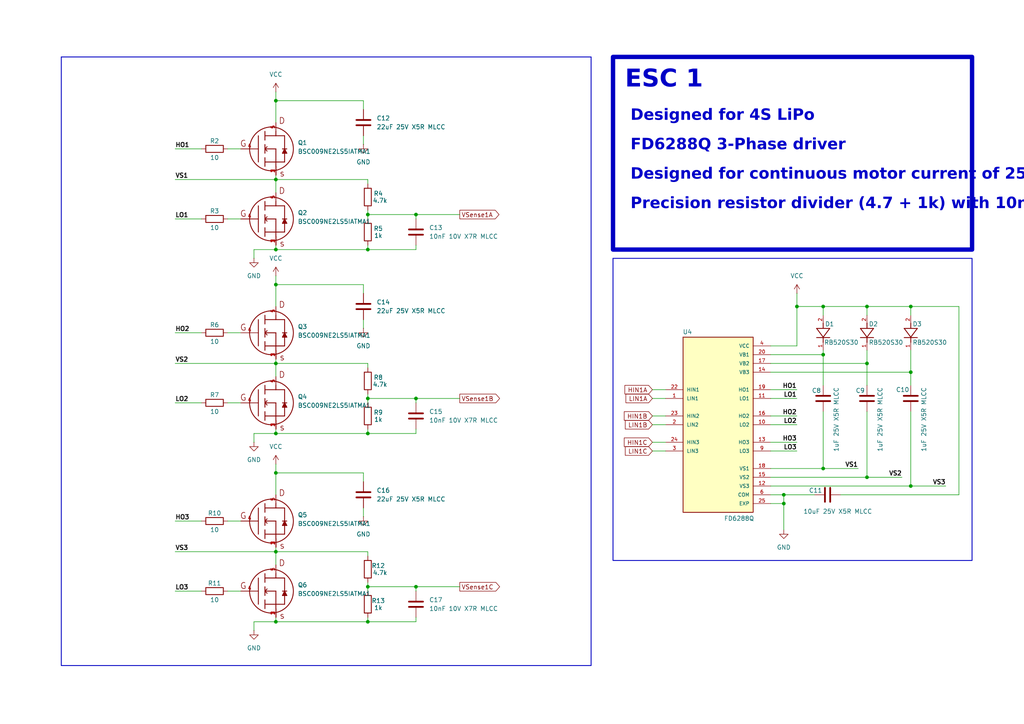
<source format=kicad_sch>
(kicad_sch (version 20250114) (generator "eeschema") (generator_version "9.0")
  (paper "A4")
  (lib_symbols
    (symbol "Device:C" (pin_numbers (hide yes)) (pin_names (offset 0.254))
      (property "Reference" "C" (at 0.635 2.54 0))
      (property "Value" "C" (at 0.635 -2.54 0))
      (symbol "C_0_1"
        (polyline (pts (xy -2.032 0.762) (xy 2.032 0.762)) (stroke (width 0.508)))
        (polyline (pts (xy -2.032 -0.762) (xy 2.032 -0.762)) (stroke (width 0.508)))
      )
      (symbol "C_1_1"
        (pin passive line (at 0 3.81 270) (length 2.794) (name "~") (number "1"))
        (pin passive line (at 0 -3.81 90) (length 2.794) (name "~") (number "2"))
      )
    )
    (symbol "Device:R" (pin_numbers (hide yes)) (pin_names (offset 0))
      (property "Reference" "R" (at 2.032 0 90))
      (property "Value" "R" (at 0 0 90))
      (symbol "R_0_1"
        (rectangle (start -1.016 -2.54) (end 1.016 2.54) (stroke (width 0.254)))
      )
      (symbol "R_1_1"
        (pin passive line (at 0 3.81 270) (length 1.27) (name "~") (number "1"))
        (pin passive line (at 0 -3.81 90) (length 1.27) (name "~") (number "2"))
      )
    )
    (symbol "Drone_components:BSC009NE2LS5IATMA1" (pin_names (offset 1.016))
      (property "Reference" "Q" (at -8.4364 10.4402 0))
      (property "Value" "BSC009NE2LS5IATMA1" (at -8.1775 -13.4343 0))
      (symbol "BSC009NE2LS5IATMA1_0_0"
        (polyline (pts (xy -2.54 3.81) (xy -2.54 -3.81)) (stroke (width 0.254)))
        (polyline (pts (xy -0.635 5.08) (xy -0.635 3.81)) (stroke (width 0.254)))
        (polyline (pts (xy -0.635 3.81) (xy -0.635 2.54)) (stroke (width 0.254)))
        (polyline (pts (xy -0.635 3.81) (xy 2.54 3.81)) (stroke (width 0.254)))
        (polyline (pts (xy -0.635 1.27) (xy -0.635 0)) (stroke (width 0.254)))
        (polyline (pts (xy -0.635 0) (xy -0.635 -1.27)) (stroke (width 0.254)))
        (polyline (pts (xy -0.635 0) (xy 0 0.635)) (stroke (width 0.254)))
        (polyline (pts (xy -0.635 0) (xy 0 -0.635)) (stroke (width 0.254)))
        (polyline (pts (xy -0.635 0) (xy 2.54 0)) (stroke (width 0.254)))
        (polyline (pts (xy -0.635 -2.54) (xy -0.635 -5.08)) (stroke (width 0.254)))
        (polyline (pts (xy -0.635 -3.81) (xy 5.08 -3.81)) (stroke (width 0.254)))
        (circle (center 1.27 0) (radius 6.35) (stroke (width 0.254)))
        (polyline (pts (xy 2.54 3.81) (xy 2.54 5.08)) (stroke (width 0.254)))
        (polyline (pts (xy 2.54 3.81) (xy 5.08 3.81)) (stroke (width 0.254)))
        (polyline (pts (xy 2.54 0) (xy 2.54 -5.08)) (stroke (width 0.254)))
        (polyline (pts (xy 4.445 0) (xy 5.08 0)) (stroke (width 0.254)))
        (polyline (pts (xy 4.445 -1.27) (xy 5.08 -1.27)) (stroke (width 0.254)))
        (polyline (pts (xy 4.628 -1.078) (xy 4.785 -0.921)) (stroke (width 0.254)))
        (polyline (pts (xy 4.785 -0.921) (xy 4.881 -0.921)) (stroke (width 0.254)))
        (polyline (pts (xy 4.866 -1.078) (xy 4.628 -1.078)) (stroke (width 0.254)))
        (polyline (pts (xy 4.894 -1.106) (xy 4.866 -1.078)) (stroke (width 0.254)))
        (polyline (pts (xy 4.908 -0.553) (xy 4.908 -1.092)) (stroke (width 0.254)))
        (polyline (pts (xy 4.908 -1.092) (xy 4.894 -1.106)) (stroke (width 0.254)))
        (polyline (pts (xy 4.976 -0.621) (xy 4.908 -0.553)) (stroke (width 0.254)))
        (polyline (pts (xy 5.08 3.81) (xy 5.08 0)) (stroke (width 0.254)))
        (polyline (pts (xy 5.08 0) (xy 4.445 -1.27)) (stroke (width 0.254)))
        (polyline (pts (xy 5.08 0) (xy 5.715 0)) (stroke (width 0.254)))
        (polyline (pts (xy 5.08 -1.27) (xy 5.715 -1.27)) (stroke (width 0.254)))
        (polyline (pts (xy 5.08 -3.81) (xy 5.08 -1.27)) (stroke (width 0.254)))
        (polyline (pts (xy 5.086 -0.328) (xy 5.086 -1.12)) (stroke (width 0.254)))
        (polyline (pts (xy 5.086 -1.12) (xy 5.099 -1.133)) (stroke (width 0.254)))
        (polyline (pts (xy 5.099 -1.133) (xy 5.502 -1.133)) (stroke (width 0.254)))
        (polyline (pts (xy 5.215 -0.628) (xy 5.222 -0.621)) (stroke (width 0.254)))
        (polyline (pts (xy 5.215 -0.819) (xy 5.215 -0.628)) (stroke (width 0.254)))
        (polyline (pts (xy 5.222 -0.621) (xy 4.976 -0.621)) (stroke (width 0.254)))
        (polyline (pts (xy 5.502 -1.106) (xy 5.215 -0.819)) (stroke (width 0.254)))
        (polyline (pts (xy 5.502 -1.133) (xy 5.502 -1.106)) (stroke (width 0.254)))
        (polyline (pts (xy 5.715 -1.27) (xy 5.08 0)) (stroke (width 0.254)))
        (text "G" (at -7.8948 0.5093 0) (effects (font (size 1.7827 1.7827)) (justify left bottom)))
        (text "D" (at 3.3087 7.1265 0) (effects (font (size 1.7816 1.7816)) (justify left bottom)))
        (text "s" (at 3.559 -8.1349 0) (effects (font (size 1.7795 1.7795)) (justify left bottom)))
        (pin passive line (at -7.62 0 0) (length 5.08) (name "~") (number "4"))
        (pin passive line (at 2.54 7.62 270) (length 2.54) (name "~") (number "5"))
        (pin passive line (at 2.54 -7.62 90) (length 2.54) (name "~") (number "1"))
        (pin passive line (at 2.54 -7.62 90) (length 2.54) (name "~") (number "2"))
        (pin passive line (at 2.54 -7.62 90) (length 2.54) (name "~") (number "3"))
      )
    )
    (symbol "Drone_components:FD6288Q" (pin_names (offset 1.016))
      (property "Reference" "U" (at -10.16 26.035 0))
      (property "Value" "FD6288Q" (at -10.16 -27.94 0))
      (symbol "FD6288Q_0_0"
        (rectangle (start -10.16 -25.4) (end 10.16 25.4) (stroke (width 0.254)) (fill (type background)))
        (pin input line (at -15.24 10.16 0) (length 5.08) (name "HIN1") (number "22"))
        (pin input line (at -15.24 7.62 0) (length 5.08) (name "LIN1") (number "1"))
        (pin input line (at -15.24 2.54 0) (length 5.08) (name "HIN2") (number "23"))
        (pin input line (at -15.24 0 0) (length 5.08) (name "LIN2") (number "2"))
        (pin input line (at -15.24 -5.08 0) (length 5.08) (name "HIN3") (number "24"))
        (pin input line (at -15.24 -7.62 0) (length 5.08) (name "LIN3") (number "3"))
        (pin power_in line (at 15.24 22.86 180) (length 5.08) (name "VCC") (number "4"))
        (pin power_in line (at 15.24 20.32 180) (length 5.08) (name "VB1") (number "20"))
        (pin power_in line (at 15.24 17.78 180) (length 5.08) (name "VB2") (number "17"))
        (pin power_in line (at 15.24 15.24 180) (length 5.08) (name "VB3") (number "14"))
        (pin output line (at 15.24 10.16 180) (length 5.08) (name "HO1") (number "19"))
        (pin output line (at 15.24 7.62 180) (length 5.08) (name "LO1") (number "11"))
        (pin output line (at 15.24 2.54 180) (length 5.08) (name "HO2") (number "16"))
        (pin output line (at 15.24 0 180) (length 5.08) (name "LO2") (number "10"))
        (pin output line (at 15.24 -5.08 180) (length 5.08) (name "HO3") (number "13"))
        (pin output line (at 15.24 -7.62 180) (length 5.08) (name "LO3") (number "9"))
        (pin power_in line (at 15.24 -12.7 180) (length 5.08) (name "VS1") (number "18"))
        (pin power_in line (at 15.24 -15.24 180) (length 5.08) (name "VS2") (number "15"))
        (pin power_in line (at 15.24 -17.78 180) (length 5.08) (name "VS3") (number "12"))
        (pin power_in line (at 15.24 -20.32 180) (length 5.08) (name "COM") (number "6"))
        (pin power_in line (at 15.24 -22.86 180) (length 5.08) (name "EXP") (number "25"))
      )
    )
    (symbol "Drone_components:RB520S30" (pin_names (offset 1.016))
      (property "Reference" "D" (at -2.541 2.541 0))
      (property "Value" "RB520S30" (at -2.544 -5.0881 0))
      (symbol "RB520S30_0_0"
        (polyline (pts (xy -1.397 0) (xy -2.794 0)) (stroke (width 0.254)))
        (polyline (pts (xy -1.397 -1.905) (xy -1.397 1.905)) (stroke (width 0.254)))
        (polyline (pts (xy -1.27 0) (xy 1.27 -1.905)) (stroke (width 0.254)))
        (polyline (pts (xy 1.27 1.905) (xy -1.27 0)) (stroke (width 0.254)))
        (polyline (pts (xy 1.27 -1.905) (xy 1.27 1.905)) (stroke (width 0.254)))
        (polyline (pts (xy 1.397 0) (xy 2.794 0)) (stroke (width 0.254)))
        (pin passive line (at -5.08 0 0) (length 2.54) (name "~") (number "1"))
        (pin passive line (at 5.08 0 180) (length 2.54) (name "~") (number "2"))
      )
    )
    (symbol "power:GND" (power) (pin_numbers (hide yes)) (pin_names (offset 0) (hide yes))
      (property "Value" "GND" (at 0 -3.81 0))
      (symbol "GND_0_1"
        (polyline (pts (xy 0 0) (xy 0 -1.27) (xy 1.27 -1.27) (xy 0 -2.54) (xy -1.27 -1.27) (xy 0 -1.27)))
      )
      (symbol "GND_1_1"
        (pin power_in line (at 0 0 270) (length 0) (name "~") (number "1"))
      )
    )
    (symbol "power:VCC" (power) (pin_numbers (hide yes)) (pin_names (offset 0) (hide yes))
      (property "Value" "VCC" (at 0 3.556 0))
      (symbol "VCC_0_1"
        (polyline (pts (xy -0.762 1.27) (xy 0 2.54)))
        (polyline (pts (xy 0 2.54) (xy 0.762 1.27)))
        (polyline (pts (xy 0 0) (xy 0 2.54)))
      )
      (symbol "VCC_1_1"
        (pin power_in line (at 0 0 90) (length 0) (name "~") (number "1"))
      )
    )
  )
  (rectangle (start 17.78 16.51) (end 171.45 193.04) (stroke (width 0.254)))
  (rectangle (start 177.8 16.51) (end 281.94 72.39) (stroke (width 1.27)))
  (rectangle (start 177.8 74.93) (end 281.94 162.56) (stroke (width 0.254)))
  (text_box "ESC 1\n_{ Designed for 4S LiPo}\n_{ FD6288Q 3-Phase driver}\n_{ Designed for continuous motor current of 25A ( 30A max )}\n_{ Precision resistor divider (4.7 + 1k) with 10nF filter}" (at 180.34 19.05 0) (size 95.25 48.26) (margins 0.9525 0.9525 0.9525 0.9525) (stroke (width -0.0001)) (effects (font (size 5.08 5.08) (bold yes)) (justify left top)))
  (junction (at 106.68 115.57))
  (junction (at 227.33 143.51))
  (junction (at 227.33 146.05))
  (junction (at 80.01 160.02))
  (junction (at 80.01 29.21))
  (junction (at 80.01 180.34))
  (junction (at 264.16 140.97))
  (junction (at 251.46 138.43))
  (junction (at 264.16 88.9))
  (junction (at 106.68 72.39))
  (junction (at 251.46 88.9))
  (junction (at 238.76 102.87))
  (junction (at 251.46 105.41))
  (junction (at 120.65 170.18))
  (junction (at 80.01 52.07))
  (junction (at 120.65 115.57))
  (junction (at 264.16 107.95))
  (junction (at 80.01 82.55))
  (junction (at 80.01 105.41))
  (junction (at 238.76 135.89))
  (junction (at 106.68 125.73))
  (junction (at 106.68 62.23))
  (junction (at 80.01 137.16))
  (junction (at 80.01 72.39))
  (junction (at 238.76 88.9))
  (junction (at 231.14 88.9))
  (junction (at 106.68 180.34))
  (junction (at 106.68 170.18))
  (junction (at 80.01 125.73))
  (junction (at 120.65 62.23))
  (wire (pts (xy 120.65 180.34) (xy 106.68 180.34)))
  (wire (pts (xy 189.23 113.03) (xy 193.04 113.03)))
  (wire (pts (xy 238.76 135.89) (xy 238.76 119.38)))
  (wire (pts (xy 73.66 72.39) (xy 80.01 72.39)))
  (wire (pts (xy 251.46 91.44) (xy 251.46 88.9)))
  (wire (pts (xy 238.76 135.89) (xy 248.92 135.89)))
  (wire (pts (xy 227.33 153.67) (xy 227.33 146.05)))
  (wire (pts (xy 264.16 140.97) (xy 274.32 140.97)))
  (wire (pts (xy 106.68 168.91) (xy 106.68 170.18)))
  (wire (pts (xy 238.76 91.44) (xy 238.76 88.9)))
  (wire (pts (xy 251.46 105.41) (xy 251.46 101.6)))
  (wire (pts (xy 120.65 170.18) (xy 133.35 170.18)))
  (wire (pts (xy 80.01 52.07) (xy 80.01 55.88)))
  (wire (pts (xy 278.13 88.9) (xy 278.13 143.51)))
  (wire (pts (xy 223.52 120.65) (xy 231.14 120.65)))
  (wire (pts (xy 80.01 29.21) (xy 80.01 35.56)))
  (wire (pts (xy 231.14 88.9) (xy 231.14 100.33)))
  (wire (pts (xy 105.41 147.32) (xy 105.41 149.86)))
  (wire (pts (xy 105.41 139.7) (xy 105.41 137.16)))
  (wire (pts (xy 80.01 124.46) (xy 80.01 125.73)))
  (wire (pts (xy 231.14 88.9) (xy 238.76 88.9)))
  (wire (pts (xy 80.01 82.55) (xy 80.01 88.9)))
  (wire (pts (xy 189.23 130.81) (xy 193.04 130.81)))
  (wire (pts (xy 106.68 52.07) (xy 106.68 53.34)))
  (wire (pts (xy 105.41 85.09) (xy 105.41 82.55)))
  (wire (pts (xy 80.01 72.39) (xy 106.68 72.39)))
  (wire (pts (xy 80.01 158.75) (xy 80.01 160.02)))
  (wire (pts (xy 264.16 107.95) (xy 264.16 101.6)))
  (wire (pts (xy 105.41 92.71) (xy 105.41 95.25)))
  (wire (pts (xy 231.14 85.09) (xy 231.14 88.9)))
  (wire (pts (xy 264.16 91.44) (xy 264.16 88.9)))
  (wire (pts (xy 80.01 26.67) (xy 80.01 29.21)))
  (wire (pts (xy 66.04 116.84) (xy 69.85 116.84)))
  (wire (pts (xy 80.01 134.62) (xy 80.01 137.16)))
  (wire (pts (xy 223.52 107.95) (xy 264.16 107.95)))
  (wire (pts (xy 120.65 62.23) (xy 133.35 62.23)))
  (wire (pts (xy 223.52 100.33) (xy 231.14 100.33)))
  (wire (pts (xy 80.01 50.8) (xy 80.01 52.07)))
  (wire (pts (xy 80.01 160.02) (xy 80.01 163.83)))
  (wire (pts (xy 223.52 113.03) (xy 231.14 113.03)))
  (wire (pts (xy 120.65 171.45) (xy 120.65 170.18)))
  (wire (pts (xy 223.52 105.41) (xy 251.46 105.41)))
  (wire (pts (xy 251.46 88.9) (xy 238.76 88.9)))
  (wire (pts (xy 189.23 123.19) (xy 193.04 123.19)))
  (wire (pts (xy 120.65 71.12) (xy 120.65 72.39)))
  (wire (pts (xy 80.01 52.07) (xy 106.68 52.07)))
  (wire (pts (xy 106.68 115.57) (xy 120.65 115.57)))
  (wire (pts (xy 66.04 96.52) (xy 69.85 96.52)))
  (wire (pts (xy 80.01 105.41) (xy 80.01 109.22)))
  (wire (pts (xy 227.33 143.51) (xy 227.33 146.05)))
  (wire (pts (xy 227.33 146.05) (xy 223.52 146.05)))
  (wire (pts (xy 73.66 180.34) (xy 80.01 180.34)))
  (wire (pts (xy 80.01 137.16) (xy 105.41 137.16)))
  (wire (pts (xy 66.04 63.5) (xy 69.85 63.5)))
  (wire (pts (xy 50.8 151.13) (xy 58.42 151.13)))
  (wire (pts (xy 251.46 105.41) (xy 251.46 111.76)))
  (wire (pts (xy 264.16 140.97) (xy 223.52 140.97)))
  (wire (pts (xy 106.68 105.41) (xy 106.68 106.68)))
  (wire (pts (xy 106.68 124.46) (xy 106.68 125.73)))
  (wire (pts (xy 264.16 88.9) (xy 251.46 88.9)))
  (wire (pts (xy 251.46 138.43) (xy 261.62 138.43)))
  (wire (pts (xy 50.8 160.02) (xy 80.01 160.02)))
  (wire (pts (xy 66.04 171.45) (xy 69.85 171.45)))
  (wire (pts (xy 120.65 124.46) (xy 120.65 125.73)))
  (wire (pts (xy 80.01 160.02) (xy 106.68 160.02)))
  (wire (pts (xy 106.68 71.12) (xy 106.68 72.39)))
  (wire (pts (xy 106.68 114.3) (xy 106.68 115.57)))
  (wire (pts (xy 50.8 171.45) (xy 58.42 171.45)))
  (wire (pts (xy 106.68 62.23) (xy 106.68 63.5)))
  (wire (pts (xy 80.01 180.34) (xy 106.68 180.34)))
  (wire (pts (xy 106.68 170.18) (xy 106.68 171.45)))
  (wire (pts (xy 106.68 60.96) (xy 106.68 62.23)))
  (wire (pts (xy 50.8 105.41) (xy 80.01 105.41)))
  (wire (pts (xy 80.01 29.21) (xy 105.41 29.21)))
  (wire (pts (xy 66.04 151.13) (xy 69.85 151.13)))
  (wire (pts (xy 106.68 170.18) (xy 120.65 170.18)))
  (wire (pts (xy 50.8 63.5) (xy 58.42 63.5)))
  (wire (pts (xy 223.52 123.19) (xy 231.14 123.19)))
  (wire (pts (xy 73.66 182.88) (xy 73.66 180.34)))
  (wire (pts (xy 223.52 130.81) (xy 231.14 130.81)))
  (wire (pts (xy 80.01 71.12) (xy 80.01 72.39)))
  (wire (pts (xy 189.23 128.27) (xy 193.04 128.27)))
  (wire (pts (xy 80.01 125.73) (xy 106.68 125.73)))
  (wire (pts (xy 73.66 128.27) (xy 73.66 125.73)))
  (wire (pts (xy 227.33 143.51) (xy 223.52 143.51)))
  (wire (pts (xy 80.01 105.41) (xy 106.68 105.41)))
  (wire (pts (xy 236.22 143.51) (xy 227.33 143.51)))
  (wire (pts (xy 73.66 125.73) (xy 80.01 125.73)))
  (wire (pts (xy 80.01 179.07) (xy 80.01 180.34)))
  (wire (pts (xy 106.68 160.02) (xy 106.68 161.29)))
  (wire (pts (xy 238.76 101.6) (xy 238.76 102.87)))
  (wire (pts (xy 120.65 125.73) (xy 106.68 125.73)))
  (wire (pts (xy 264.16 119.38) (xy 264.16 140.97)))
  (wire (pts (xy 105.41 39.37) (xy 105.41 41.91)))
  (wire (pts (xy 223.52 102.87) (xy 238.76 102.87)))
  (wire (pts (xy 264.16 88.9) (xy 278.13 88.9)))
  (wire (pts (xy 105.41 31.75) (xy 105.41 29.21)))
  (wire (pts (xy 50.8 43.18) (xy 58.42 43.18)))
  (wire (pts (xy 80.01 82.55) (xy 105.41 82.55)))
  (wire (pts (xy 251.46 119.38) (xy 251.46 138.43)))
  (wire (pts (xy 80.01 80.01) (xy 80.01 82.55)))
  (wire (pts (xy 120.65 63.5) (xy 120.65 62.23)))
  (wire (pts (xy 50.8 96.52) (xy 58.42 96.52)))
  (wire (pts (xy 120.65 179.07) (xy 120.65 180.34)))
  (wire (pts (xy 238.76 102.87) (xy 238.76 111.76)))
  (wire (pts (xy 50.8 52.07) (xy 80.01 52.07)))
  (wire (pts (xy 106.68 115.57) (xy 106.68 116.84)))
  (wire (pts (xy 251.46 138.43) (xy 223.52 138.43)))
  (wire (pts (xy 278.13 143.51) (xy 243.84 143.51)))
  (wire (pts (xy 189.23 115.57) (xy 193.04 115.57)))
  (wire (pts (xy 120.65 116.84) (xy 120.65 115.57)))
  (wire (pts (xy 223.52 115.57) (xy 231.14 115.57)))
  (wire (pts (xy 66.04 43.18) (xy 69.85 43.18)))
  (wire (pts (xy 73.66 74.93) (xy 73.66 72.39)))
  (wire (pts (xy 264.16 107.95) (xy 264.16 111.76)))
  (wire (pts (xy 223.52 135.89) (xy 238.76 135.89)))
  (wire (pts (xy 50.8 116.84) (xy 58.42 116.84)))
  (wire (pts (xy 120.65 115.57) (xy 133.35 115.57)))
  (wire (pts (xy 80.01 104.14) (xy 80.01 105.41)))
  (wire (pts (xy 106.68 179.07) (xy 106.68 180.34)))
  (wire (pts (xy 223.52 128.27) (xy 231.14 128.27)))
  (wire (pts (xy 80.01 137.16) (xy 80.01 143.51)))
  (wire (pts (xy 120.65 72.39) (xy 106.68 72.39)))
  (wire (pts (xy 106.68 62.23) (xy 120.65 62.23)))
  (wire (pts (xy 189.23 120.65) (xy 193.04 120.65)))
  (label "VS1" (at 248.92 135.89 180) (effects (font (thickness 0.254) (bold yes))))
  (label "VS3" (at 274.32 140.97 180) (effects (font (thickness 0.254) (bold yes))))
  (label "LO3" (at 231.14 130.81 180) (effects (font (thickness 0.254) (bold yes))))
  (label "LO1" (at 50.8 63.5 0) (effects (font (thickness 0.254) (bold yes))))
  (label "HO1" (at 231.14 113.03 180) (effects (font (thickness 0.254) (bold yes))))
  (label "HO3" (at 50.8 151.13 0) (effects (font (thickness 0.254) (bold yes))))
  (label "VS1" (at 50.8 52.07 0) (effects (font (thickness 0.254) (bold yes))))
  (label "VS2" (at 261.62 138.43 180) (effects (font (thickness 0.254) (bold yes))))
  (label "LO3" (at 50.8 171.45 0) (effects (font (thickness 0.254) (bold yes))))
  (label "LO2" (at 231.14 123.19 180) (effects (font (thickness 0.254) (bold yes))))
  (label "LO2" (at 50.8 116.84 0) (effects (font (thickness 0.254) (bold yes))))
  (label "LO1" (at 231.14 115.57 180) (effects (font (thickness 0.254) (bold yes))))
  (label "HO2" (at 231.14 120.65 180) (effects (font (thickness 0.254) (bold yes))))
  (label "HO2" (at 50.8 96.52 0) (effects (font (thickness 0.254) (bold yes))))
  (label "VS2" (at 50.8 105.41 0) (effects (font (thickness 0.254) (bold yes))))
  (label "VS3" (at 50.8 160.02 0) (effects (font (thickness 0.254) (bold yes))))
  (label "HO1" (at 50.8 43.18 0) (effects (font (thickness 0.254) (bold yes))))
  (label "HO3" (at 231.14 128.27 180) (effects (font (thickness 0.254) (bold yes))))
  (global_label "VSense1A" (shape output) (at 133.35 62.23 0) (property "Intersheetrefs" "${INTERSHEET_REFS}" (effects (hide yes))))
  (global_label "LIN1B" (shape input) (at 189.23 123.19 180) (property "Intersheetrefs" "${INTERSHEET_REFS}" (effects (hide yes))))
  (global_label "VSense1B" (shape output) (at 133.35 115.57 0) (property "Intersheetrefs" "${INTERSHEET_REFS}" (effects (hide yes))))
  (global_label "LIN1C" (shape input) (at 189.23 130.81 180) (property "Intersheetrefs" "${INTERSHEET_REFS}" (effects (hide yes))))
  (global_label "VSense1C" (shape output) (at 133.35 170.18 0) (property "Intersheetrefs" "${INTERSHEET_REFS}" (effects (hide yes))))
  (global_label "HIN1A" (shape input) (at 189.23 113.03 180) (property "Intersheetrefs" "${INTERSHEET_REFS}" (effects (hide yes))))
  (global_label "HIN1B" (shape input) (at 189.23 120.65 180) (property "Intersheetrefs" "${INTERSHEET_REFS}" (effects (hide yes))))
  (global_label "HIN1C" (shape input) (at 189.23 128.27 180) (property "Intersheetrefs" "${INTERSHEET_REFS}" (effects (hide yes))))
  (global_label "LIN1A" (shape input) (at 189.23 115.57 180) (property "Intersheetrefs" "${INTERSHEET_REFS}" (effects (hide yes))))
  (symbol (lib_id "Device:R") (at 106.68 110.49 180) (unit 1)
    (property "Reference" "R8" (at 109.728 109.474 0))
    (property "Value" "4.7k" (at 110.236 111.506 0))
    (property "Footprint" "Resistor_SMD:R_0402_1005Metric" (effects (hide yes)))
    (property "Description" "Resistor" (effects (hide yes)))
    (property "JLCPCB part" "C25900" (effects (hide yes)))
  )
  (symbol (lib_id "Device:R") (at 106.68 165.1 180) (unit 1)
    (property "Reference" "R12" (at 109.728 164.084 0))
    (property "Value" "4.7k" (at 110.236 166.116 0))
    (property "Footprint" "Resistor_SMD:R_0402_1005Metric" (effects (hide yes)))
    (property "Description" "Resistor" (effects (hide yes)))
    (property "JLCPCB part" "C25900" (effects (hide yes)))
  )
  (symbol (lib_id "Drone_components:BSC009NE2LS5IATMA1") (at 77.47 43.18 0) (unit 1)
    (property "Reference" "Q1" (at 86.36 41.3971 0) (effects (justify left)))
    (property "Value" "BSC009NE2LS5IATMA1" (at 86.36 43.9371 0) (effects (justify left)))
    (property "Footprint" "Drone_components:BSC093N04LSGATMA1" (effects (hide yes)))
    (property "Description" "MOSFET N-CH 25V 40A 8TDSON IND" (effects (hide yes)))
    (property "MF" "Infineon Technologies" (effects (hide yes)))
    (property "PACKAGE" "PowerTDFN-8 Infineon" (effects (hide yes)))
    (property "PRICE" "1.32 USD" (effects (hide yes)))
    (property "MP" "BSC009NE2LS5IATMA1" (effects (hide yes)))
    (property "AVAILABILITY" "Good" (effects (hide yes)))
    (property "JLCPCB part" "C122543" (effects (hide yes)))
  )
  (symbol (lib_id "power:GND") (at 73.66 128.27 0) (unit 1)
    (property "Reference" "#PWR019" (effects (hide yes)))
    (property "Value" "GND" (at 73.66 133.35 0))
    (property "Description" "Power symbol creates a global label with name \"GND\" , ground" (effects (hide yes)))
  )
  (symbol (lib_id "power:GND") (at 73.66 74.93 0) (unit 1)
    (property "Reference" "#PWR017" (effects (hide yes)))
    (property "Value" "GND" (at 73.66 80.01 0))
    (property "Description" "Power symbol creates a global label with name \"GND\" , ground" (effects (hide yes)))
  )
  (symbol (lib_id "power:GND") (at 105.41 95.25 0) (unit 1)
    (property "Reference" "#PWR021" (effects (hide yes)))
    (property "Value" "GND" (at 105.41 100.33 0))
    (property "Description" "Power symbol creates a global label with name \"GND\" , ground" (effects (hide yes)))
  )
  (symbol (lib_id "Device:C") (at 120.65 175.26 0) (unit 1)
    (property "Reference" "C17" (at 124.46 173.9899 0) (effects (justify left)))
    (property "Value" "10nF 10V X7R MLCC" (at 124.46 176.5299 0) (effects (justify left)))
    (property "Footprint" "Capacitor_SMD:C_0402_1005Metric" (effects (hide yes)))
    (property "Description" "Unpolarized capacitor" (effects (hide yes)))
    (property "JLCPCB part" "C15195" (effects (hide yes)))
  )
  (symbol (lib_id "Drone_components:BSC009NE2LS5IATMA1") (at 77.47 96.52 0) (unit 1)
    (property "Reference" "Q3" (at 86.36 94.7371 0) (effects (justify left)))
    (property "Value" "BSC009NE2LS5IATMA1" (at 86.36 97.2771 0) (effects (justify left)))
    (property "Footprint" "Drone_components:BSC093N04LSGATMA1" (effects (hide yes)))
    (property "Description" "MOSFET N-CH 25V 40A 8TDSON IND" (effects (hide yes)))
    (property "MF" "Infineon Technologies" (effects (hide yes)))
    (property "PACKAGE" "PowerTDFN-8 Infineon" (effects (hide yes)))
    (property "PRICE" "1.32 USD" (effects (hide yes)))
    (property "MP" "BSC009NE2LS5IATMA1" (effects (hide yes)))
    (property "AVAILABILITY" "Good" (effects (hide yes)))
    (property "JLCPCB part" "C122543" (effects (hide yes)))
  )
  (symbol (lib_id "Drone_components:RB520S30") (at 251.46 96.52 90) (unit 1)
    (property "Reference" "D2" (at 251.968 93.98 90) (effects (justify right)))
    (property "Value" "RB520S30" (at 251.968 99.314 90) (effects (justify right)))
    (property "Footprint" "Drone_components:RB520S30" (effects (hide yes)))
    (property "MANUFACTURER" "Fairchild Semiconductor" (effects (hide yes)))
    (property "JLCPCB part" "C8522" (effects (hide yes)))
  )
  (symbol (lib_id "Device:R") (at 62.23 43.18 90) (unit 1)
    (property "Reference" "R2" (at 62.23 40.894 90))
    (property "Value" "10" (at 62.23 45.72 90))
    (property "Footprint" "Resistor_SMD:R_0201_0603Metric" (effects (hide yes)))
    (property "Description" "Resistor" (effects (hide yes)))
    (property "JLCPCB part" "C105889" (effects (hide yes)))
  )
  (symbol (lib_id "Drone_components:RB520S30") (at 264.16 96.52 90) (unit 1)
    (property "Reference" "D3" (at 264.668 93.98 90) (effects (justify right)))
    (property "Value" "RB520S30" (at 264.668 99.314 90) (effects (justify right)))
    (property "Footprint" "Drone_components:RB520S30" (effects (hide yes)))
    (property "MANUFACTURER" "Fairchild Semiconductor" (effects (hide yes)))
    (property "JLCPCB part" "C8522" (effects (hide yes)))
  )
  (symbol (lib_id "Device:C") (at 105.41 143.51 0) (unit 1)
    (property "Reference" "C16" (at 109.22 142.2399 0) (effects (justify left)))
    (property "Value" "22uF 25V X5R MLCC" (at 109.22 144.7799 0) (effects (justify left)))
    (property "Footprint" "Capacitor_SMD:C_0805_2012Metric" (effects (hide yes)))
    (property "Description" "Unpolarized capacitor" (effects (hide yes)))
    (property "JLCPCB part" "C45783" (effects (hide yes)))
  )
  (symbol (lib_id "Device:R") (at 106.68 120.65 180) (unit 1)
    (property "Reference" "R9" (at 109.728 119.634 0))
    (property "Value" "1k" (at 109.728 121.666 0))
    (property "Footprint" "Resistor_SMD:R_0402_1005Metric" (effects (hide yes)))
    (property "Description" "Resistor" (effects (hide yes)))
    (property "JLCPCB part" "C11702" (effects (hide yes)))
  )
  (symbol (lib_id "Device:R") (at 106.68 67.31 180) (unit 1)
    (property "Reference" "R5" (at 109.728 66.294 0))
    (property "Value" "1k" (at 109.728 68.326 0))
    (property "Footprint" "Resistor_SMD:R_0402_1005Metric" (effects (hide yes)))
    (property "Description" "Resistor" (effects (hide yes)))
    (property "JLCPCB part" "C11702" (effects (hide yes)))
  )
  (symbol (lib_id "Drone_components:BSC009NE2LS5IATMA1") (at 77.47 171.45 0) (unit 1)
    (property "Reference" "Q6" (at 86.36 169.6671 0) (effects (justify left)))
    (property "Value" "BSC009NE2LS5IATMA1" (at 86.36 172.2071 0) (effects (justify left)))
    (property "Footprint" "Drone_components:BSC093N04LSGATMA1" (effects (hide yes)))
    (property "Description" "MOSFET N-CH 25V 40A 8TDSON IND" (effects (hide yes)))
    (property "MF" "Infineon Technologies" (effects (hide yes)))
    (property "PACKAGE" "PowerTDFN-8 Infineon" (effects (hide yes)))
    (property "PRICE" "1.32 USD" (effects (hide yes)))
    (property "MP" "BSC009NE2LS5IATMA1" (effects (hide yes)))
    (property "AVAILABILITY" "Good" (effects (hide yes)))
    (property "JLCPCB part" "C122543" (effects (hide yes)))
  )
  (symbol (lib_id "Device:C") (at 105.41 88.9 0) (unit 1)
    (property "Reference" "C14" (at 109.22 87.6299 0) (effects (justify left)))
    (property "Value" "22uF 25V X5R MLCC" (at 109.22 90.1699 0) (effects (justify left)))
    (property "Footprint" "Capacitor_SMD:C_0805_2012Metric" (effects (hide yes)))
    (property "Description" "Unpolarized capacitor" (effects (hide yes)))
    (property "JLCPCB part" "C45783" (effects (hide yes)))
  )
  (symbol (lib_id "Device:C") (at 120.65 120.65 0) (unit 1)
    (property "Reference" "C15" (at 124.46 119.3799 0) (effects (justify left)))
    (property "Value" "10nF 10V X7R MLCC" (at 124.46 121.9199 0) (effects (justify left)))
    (property "Footprint" "Capacitor_SMD:C_0402_1005Metric" (effects (hide yes)))
    (property "Description" "Unpolarized capacitor" (effects (hide yes)))
    (property "JLCPCB part" "C15195" (effects (hide yes)))
  )
  (symbol (lib_id "Device:R") (at 62.23 116.84 90) (unit 1)
    (property "Reference" "R7" (at 62.23 114.554 90))
    (property "Value" "10" (at 62.23 119.38 90))
    (property "Footprint" "Resistor_SMD:R_0201_0603Metric" (effects (hide yes)))
    (property "Description" "Resistor" (effects (hide yes)))
    (property "JLCPCB part" "C105889" (effects (hide yes)))
  )
  (symbol (lib_id "Device:R") (at 106.68 57.15 180) (unit 1)
    (property "Reference" "R4" (at 109.728 56.134 0))
    (property "Value" "4.7k" (at 110.236 58.166 0))
    (property "Footprint" "Resistor_SMD:R_0402_1005Metric" (effects (hide yes)))
    (property "Description" "Resistor" (effects (hide yes)))
    (property "JLCPCB part" "C25900" (effects (hide yes)))
  )
  (symbol (lib_id "Device:R") (at 62.23 171.45 90) (unit 1)
    (property "Reference" "R11" (at 62.23 169.164 90))
    (property "Value" "10" (at 62.23 173.99 90))
    (property "Footprint" "Resistor_SMD:R_0201_0603Metric" (effects (hide yes)))
    (property "Description" "Resistor" (effects (hide yes)))
    (property "JLCPCB part" "C105889" (effects (hide yes)))
  )
  (symbol (lib_id "Drone_components:BSC009NE2LS5IATMA1") (at 77.47 116.84 0) (unit 1)
    (property "Reference" "Q4" (at 86.36 115.0571 0) (effects (justify left)))
    (property "Value" "BSC009NE2LS5IATMA1" (at 86.36 117.5971 0) (effects (justify left)))
    (property "Footprint" "Drone_components:BSC093N04LSGATMA1" (effects (hide yes)))
    (property "Description" "MOSFET N-CH 25V 40A 8TDSON IND" (effects (hide yes)))
    (property "MF" "Infineon Technologies" (effects (hide yes)))
    (property "PACKAGE" "PowerTDFN-8 Infineon" (effects (hide yes)))
    (property "PRICE" "1.32 USD" (effects (hide yes)))
    (property "MP" "BSC009NE2LS5IATMA1" (effects (hide yes)))
    (property "AVAILABILITY" "Good" (effects (hide yes)))
    (property "JLCPCB part" "C122543" (effects (hide yes)))
  )
  (symbol (lib_id "Device:R") (at 62.23 151.13 90) (unit 1)
    (property "Reference" "R10" (at 62.23 148.844 90))
    (property "Value" "10" (at 62.23 153.67 90))
    (property "Footprint" "Resistor_SMD:R_0201_0603Metric" (effects (hide yes)))
    (property "Description" "Resistor" (effects (hide yes)))
    (property "JLCPCB part" "C105889" (effects (hide yes)))
  )
  (symbol (lib_id "Device:R") (at 62.23 63.5 90) (unit 1)
    (property "Reference" "R3" (at 62.23 61.214 90))
    (property "Value" "10" (at 62.23 66.04 90))
    (property "Footprint" "Resistor_SMD:R_0201_0603Metric" (effects (hide yes)))
    (property "Description" "Resistor" (effects (hide yes)))
    (property "JLCPCB part" "C105889" (effects (hide yes)))
  )
  (symbol (lib_id "power:VCC") (at 80.01 80.01 0) (unit 1)
    (property "Reference" "#PWR020" (effects (hide yes)))
    (property "Value" "VCC" (at 80.01 74.93 0))
    (property "Description" "Power symbol creates a global label with name \"VCC\"" (effects (hide yes)))
  )
  (symbol (lib_id "Drone_components:FD6288Q") (at 208.28 123.19 0) (unit 1)
    (property "Reference" "U4" (at 199.39 96.266 0))
    (property "Value" "FD6288Q" (at 214.376 150.368 0))
    (property "Footprint" "Drone_components:FD6288Q" (effects (hide yes)))
    (property "MF" "Fortior Tech" (effects (hide yes)))
    (property "Description_1" "MOS Drivers QFN-24" (effects (hide yes)))
    (property "Package" "Package" (effects (hide yes)))
    (property "Price" "None" (effects (hide yes)))
    (property "Check_prices" "https://www.snapeda.com/parts/FD6288Q/Fortior+Tech/view-part/?ref=eda" (effects (hide yes)))
    (property "STANDARD" "IPC-7351B" (effects (hide yes)))
    (property "SnapEDA_Link" "https://www.snapeda.com/parts/FD6288Q/Fortior+Tech/view-part/?ref=snap" (effects (hide yes)))
    (property "MP" "FD6288Q" (effects (hide yes)))
    (property "Availability" "Not in stock" (effects (hide yes)))
    (property "MANUFACTURER" "Fortior Tech" (effects (hide yes)))
    (property "JLCPCB part" "C328453" (effects (hide yes)))
  )
  (symbol (lib_id "power:GND") (at 73.66 182.88 0) (unit 1)
    (property "Reference" "#PWR022" (effects (hide yes)))
    (property "Value" "GND" (at 73.66 187.96 0))
    (property "Description" "Power symbol creates a global label with name \"GND\" , ground" (effects (hide yes)))
  )
  (symbol (lib_id "Device:C") (at 251.46 115.57 0) (unit 1)
    (property "Reference" "C9" (at 248.158 113.284 0) (effects (justify left)))
    (property "Value" "1uF 25V X5R MLCC" (at 255.27 131.064 90) (effects (justify left)))
    (property "Footprint" "Capacitor_SMD:C_0402_1005Metric" (effects (hide yes)))
    (property "Datasheet" "https://lcsc.com/datasheet/lcsc_datasheet_2304140030_Samsung-Electro-Mechanics-CL32B226KAJNNNE_C309062.pdf" (effects (hide yes)))
    (property "Description" "Unpolarized capacitor" (effects (hide yes)))
    (property "JLCPCB part" "C52923 " (effects (hide yes)))
  )
  (symbol (lib_id "power:GND") (at 105.41 41.91 0) (unit 1)
    (property "Reference" "#PWR018" (effects (hide yes)))
    (property "Value" "GND" (at 105.41 46.99 0))
    (property "Description" "Power symbol creates a global label with name \"GND\" , ground" (effects (hide yes)))
  )
  (symbol (lib_id "Drone_components:BSC009NE2LS5IATMA1") (at 77.47 151.13 0) (unit 1)
    (property "Reference" "Q5" (at 86.36 149.3471 0) (effects (justify left)))
    (property "Value" "BSC009NE2LS5IATMA1" (at 86.36 151.8871 0) (effects (justify left)))
    (property "Footprint" "Drone_components:BSC093N04LSGATMA1" (effects (hide yes)))
    (property "Description" "MOSFET N-CH 25V 40A 8TDSON IND" (effects (hide yes)))
    (property "MF" "Infineon Technologies" (effects (hide yes)))
    (property "PACKAGE" "PowerTDFN-8 Infineon" (effects (hide yes)))
    (property "PRICE" "1.32 USD" (effects (hide yes)))
    (property "MP" "BSC009NE2LS5IATMA1" (effects (hide yes)))
    (property "AVAILABILITY" "Good" (effects (hide yes)))
    (property "JLCPCB part" "C122543" (effects (hide yes)))
  )
  (symbol (lib_id "power:GND") (at 227.33 153.67 0) (unit 1)
    (property "Reference" "#PWR015" (effects (hide yes)))
    (property "Value" "GND" (at 227.33 158.75 0))
    (property "Description" "Power symbol creates a global label with name \"GND\" , ground" (effects (hide yes)))
  )
  (symbol (lib_id "power:VCC") (at 80.01 134.62 0) (unit 1)
    (property "Reference" "#PWR023" (effects (hide yes)))
    (property "Value" "VCC" (at 80.01 129.54 0))
    (property "Description" "Power symbol creates a global label with name \"VCC\"" (effects (hide yes)))
  )
  (symbol (lib_id "Device:C") (at 264.16 115.57 0) (unit 1)
    (property "Reference" "C10" (at 259.842 113.03 0) (effects (justify left)))
    (property "Value" "1uF 25V X5R MLCC" (at 267.97 131.064 90) (effects (justify left)))
    (property "Footprint" "Capacitor_SMD:C_0402_1005Metric" (effects (hide yes)))
    (property "Datasheet" "https://lcsc.com/datasheet/lcsc_datasheet_2304140030_Samsung-Electro-Mechanics-CL32B226KAJNNNE_C309062.pdf" (effects (hide yes)))
    (property "Description" "Unpolarized capacitor" (effects (hide yes)))
    (property "JLCPCB part" "C52923 " (effects (hide yes)))
  )
  (symbol (lib_id "Device:C") (at 120.65 67.31 0) (unit 1)
    (property "Reference" "C13" (at 124.46 66.0399 0) (effects (justify left)))
    (property "Value" "10nF 10V X7R MLCC" (at 124.46 68.5799 0) (effects (justify left)))
    (property "Footprint" "Capacitor_SMD:C_0402_1005Metric" (effects (hide yes)))
    (property "Description" "Unpolarized capacitor" (effects (hide yes)))
    (property "JLCPCB part" "C15195" (effects (hide yes)))
  )
  (symbol (lib_id "Device:C") (at 240.03 143.51 90) (unit 1)
    (property "Reference" "C11" (at 238.506 142.24 90) (effects (justify left)))
    (property "Value" "10uF 25V X5R MLCC" (at 252.984 148.336 90) (effects (justify left)))
    (property "Footprint" "Capacitor_SMD:C_0603_1608Metric" (effects (hide yes)))
    (property "Datasheet" "https://lcsc.com/datasheet/lcsc_datasheet_2304140030_Samsung-Electro-Mechanics-CL32B226KAJNNNE_C309062.pdf" (effects (hide yes)))
    (property "Description" "Unpolarized capacitor" (effects (hide yes)))
    (property "JLCPCB part" "C96446" (effects (hide yes)))
  )
  (symbol (lib_id "Drone_components:RB520S30") (at 238.76 96.52 90) (unit 1)
    (property "Reference" "D1" (at 239.268 93.98 90) (effects (justify right)))
    (property "Value" "RB520S30" (at 239.014 99.314 90) (effects (justify right)))
    (property "Footprint" "Drone_components:RB520S30" (effects (hide yes)))
    (property "MANUFACTURER" "Fairchild Semiconductor" (effects (hide yes)))
    (property "JLCPCB part" "C8522" (effects (hide yes)))
  )
  (symbol (lib_id "power:GND") (at 105.41 149.86 0) (unit 1)
    (property "Reference" "#PWR024" (effects (hide yes)))
    (property "Value" "GND" (at 105.41 154.94 0))
    (property "Description" "Power symbol creates a global label with name \"GND\" , ground" (effects (hide yes)))
  )
  (symbol (lib_id "Drone_components:BSC009NE2LS5IATMA1") (at 77.47 63.5 0) (unit 1)
    (property "Reference" "Q2" (at 86.36 61.7171 0) (effects (justify left)))
    (property "Value" "BSC009NE2LS5IATMA1" (at 86.36 64.2571 0) (effects (justify left)))
    (property "Footprint" "Drone_components:BSC093N04LSGATMA1" (effects (hide yes)))
    (property "Description" "MOSFET N-CH 25V 40A 8TDSON IND" (effects (hide yes)))
    (property "MF" "Infineon Technologies" (effects (hide yes)))
    (property "PACKAGE" "PowerTDFN-8 Infineon" (effects (hide yes)))
    (property "PRICE" "1.32 USD" (effects (hide yes)))
    (property "MP" "BSC009NE2LS5IATMA1" (effects (hide yes)))
    (property "AVAILABILITY" "Good" (effects (hide yes)))
    (property "JLCPCB part" "C122543" (effects (hide yes)))
  )
  (symbol (lib_id "Device:C") (at 238.76 115.57 0) (unit 1)
    (property "Reference" "C8" (at 235.458 113.284 0) (effects (justify left)))
    (property "Value" "1uF 25V X5R MLCC" (at 242.57 131.064 90) (effects (justify left)))
    (property "Footprint" "Capacitor_SMD:C_0402_1005Metric" (effects (hide yes)))
    (property "Datasheet" "https://lcsc.com/datasheet/lcsc_datasheet_2304140030_Samsung-Electro-Mechanics-CL32B226KAJNNNE_C309062.pdf" (effects (hide yes)))
    (property "Description" "Unpolarized capacitor" (effects (hide yes)))
    (property "JLCPCB part" "C52923 " (effects (hide yes)))
  )
  (symbol (lib_id "Device:R") (at 106.68 175.26 180) (unit 1)
    (property "Reference" "R13" (at 109.728 174.244 0))
    (property "Value" "1k" (at 109.728 176.276 0))
    (property "Footprint" "Resistor_SMD:R_0402_1005Metric" (effects (hide yes)))
    (property "Description" "Resistor" (effects (hide yes)))
    (property "JLCPCB part" "C11702" (effects (hide yes)))
  )
  (symbol (lib_id "Device:R") (at 62.23 96.52 90) (unit 1)
    (property "Reference" "R6" (at 62.23 94.234 90))
    (property "Value" "10" (at 62.23 99.06 90))
    (property "Footprint" "Resistor_SMD:R_0201_0603Metric" (effects (hide yes)))
    (property "Description" "Resistor" (effects (hide yes)))
    (property "JLCPCB part" "C105889" (effects (hide yes)))
  )
  (symbol (lib_id "Device:C") (at 105.41 35.56 0) (unit 1)
    (property "Reference" "C12" (at 109.22 34.2899 0) (effects (justify left)))
    (property "Value" "22uF 25V X5R MLCC" (at 109.22 36.8299 0) (effects (justify left)))
    (property "Footprint" "Capacitor_SMD:C_0805_2012Metric" (effects (hide yes)))
    (property "Description" "Unpolarized capacitor" (effects (hide yes)))
    (property "JLCPCB part" "C45783" (effects (hide yes)))
  )
  (symbol (lib_id "power:VCC") (at 80.01 26.67 0) (unit 1)
    (property "Reference" "#PWR016" (effects (hide yes)))
    (property "Value" "VCC" (at 80.01 21.59 0))
    (property "Description" "Power symbol creates a global label with name \"VCC\"" (effects (hide yes)))
  )
  (symbol (lib_id "power:VCC") (at 231.14 85.09 0) (unit 1)
    (property "Reference" "#PWR014" (effects (hide yes)))
    (property "Value" "VCC" (at 231.14 80.01 0))
    (property "Description" "Power symbol creates a global label with name \"VCC\"" (effects (hide yes)))
  )
)
</source>
